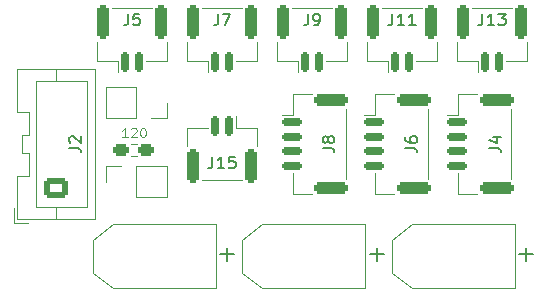
<source format=gto>
G04 #@! TF.GenerationSoftware,KiCad,Pcbnew,7.0.9*
G04 #@! TF.CreationDate,2024-06-29T16:21:15+09:00*
G04 #@! TF.ProjectId,CAN_hab,43414e5f-6861-4622-9e6b-696361645f70,rev?*
G04 #@! TF.SameCoordinates,Original*
G04 #@! TF.FileFunction,Legend,Top*
G04 #@! TF.FilePolarity,Positive*
%FSLAX46Y46*%
G04 Gerber Fmt 4.6, Leading zero omitted, Abs format (unit mm)*
G04 Created by KiCad (PCBNEW 7.0.9) date 2024-06-29 16:21:15*
%MOMM*%
%LPD*%
G01*
G04 APERTURE LIST*
G04 Aperture macros list*
%AMRoundRect*
0 Rectangle with rounded corners*
0 $1 Rounding radius*
0 $2 $3 $4 $5 $6 $7 $8 $9 X,Y pos of 4 corners*
0 Add a 4 corners polygon primitive as box body*
4,1,4,$2,$3,$4,$5,$6,$7,$8,$9,$2,$3,0*
0 Add four circle primitives for the rounded corners*
1,1,$1+$1,$2,$3*
1,1,$1+$1,$4,$5*
1,1,$1+$1,$6,$7*
1,1,$1+$1,$8,$9*
0 Add four rect primitives between the rounded corners*
20,1,$1+$1,$2,$3,$4,$5,0*
20,1,$1+$1,$4,$5,$6,$7,0*
20,1,$1+$1,$6,$7,$8,$9,0*
20,1,$1+$1,$8,$9,$2,$3,0*%
G04 Aperture macros list end*
%ADD10C,0.150000*%
%ADD11C,0.120000*%
%ADD12R,3.000000X3.000000*%
%ADD13C,3.000000*%
%ADD14RoundRect,0.237500X0.400000X0.237500X-0.400000X0.237500X-0.400000X-0.237500X0.400000X-0.237500X0*%
%ADD15RoundRect,0.150000X-0.150000X-0.700000X0.150000X-0.700000X0.150000X0.700000X-0.150000X0.700000X0*%
%ADD16RoundRect,0.250000X-0.250000X-1.150000X0.250000X-1.150000X0.250000X1.150000X-0.250000X1.150000X0*%
%ADD17C,1.000000*%
%ADD18C,5.600000*%
%ADD19RoundRect,0.150000X0.150000X0.700000X-0.150000X0.700000X-0.150000X-0.700000X0.150000X-0.700000X0*%
%ADD20RoundRect,0.250000X0.250000X1.150000X-0.250000X1.150000X-0.250000X-1.150000X0.250000X-1.150000X0*%
%ADD21RoundRect,0.150000X-0.700000X0.150000X-0.700000X-0.150000X0.700000X-0.150000X0.700000X0.150000X0*%
%ADD22RoundRect,0.250000X-1.150000X0.250000X-1.150000X-0.250000X1.150000X-0.250000X1.150000X0.250000X0*%
%ADD23R,1.700000X1.700000*%
%ADD24O,1.700000X1.700000*%
%ADD25RoundRect,0.250000X0.725000X-0.600000X0.725000X0.600000X-0.725000X0.600000X-0.725000X-0.600000X0*%
%ADD26O,1.950000X1.700000*%
%ADD27C,1.600000*%
G04 APERTURE END LIST*
D10*
X172912571Y-109281700D02*
X174055429Y-109281700D01*
X173484000Y-109853128D02*
X173484000Y-108710271D01*
D11*
X139769166Y-99372855D02*
X139312023Y-99372855D01*
X139540595Y-99372855D02*
X139540595Y-98572855D01*
X139540595Y-98572855D02*
X139464404Y-98687140D01*
X139464404Y-98687140D02*
X139388214Y-98763331D01*
X139388214Y-98763331D02*
X139312023Y-98801426D01*
X140073928Y-98649045D02*
X140112024Y-98610950D01*
X140112024Y-98610950D02*
X140188214Y-98572855D01*
X140188214Y-98572855D02*
X140378690Y-98572855D01*
X140378690Y-98572855D02*
X140454881Y-98610950D01*
X140454881Y-98610950D02*
X140492976Y-98649045D01*
X140492976Y-98649045D02*
X140531071Y-98725236D01*
X140531071Y-98725236D02*
X140531071Y-98801426D01*
X140531071Y-98801426D02*
X140492976Y-98915712D01*
X140492976Y-98915712D02*
X140035833Y-99372855D01*
X140035833Y-99372855D02*
X140531071Y-99372855D01*
X141026310Y-98572855D02*
X141102500Y-98572855D01*
X141102500Y-98572855D02*
X141178691Y-98610950D01*
X141178691Y-98610950D02*
X141216786Y-98649045D01*
X141216786Y-98649045D02*
X141254881Y-98725236D01*
X141254881Y-98725236D02*
X141292976Y-98877617D01*
X141292976Y-98877617D02*
X141292976Y-99068093D01*
X141292976Y-99068093D02*
X141254881Y-99220474D01*
X141254881Y-99220474D02*
X141216786Y-99296664D01*
X141216786Y-99296664D02*
X141178691Y-99334760D01*
X141178691Y-99334760D02*
X141102500Y-99372855D01*
X141102500Y-99372855D02*
X141026310Y-99372855D01*
X141026310Y-99372855D02*
X140950119Y-99334760D01*
X140950119Y-99334760D02*
X140912024Y-99296664D01*
X140912024Y-99296664D02*
X140873929Y-99220474D01*
X140873929Y-99220474D02*
X140835833Y-99068093D01*
X140835833Y-99068093D02*
X140835833Y-98877617D01*
X140835833Y-98877617D02*
X140873929Y-98725236D01*
X140873929Y-98725236D02*
X140912024Y-98649045D01*
X140912024Y-98649045D02*
X140950119Y-98610950D01*
X140950119Y-98610950D02*
X141026310Y-98572855D01*
D10*
X160336571Y-109281700D02*
X161479429Y-109281700D01*
X160908000Y-109853128D02*
X160908000Y-108710271D01*
X169815476Y-88893819D02*
X169815476Y-89608104D01*
X169815476Y-89608104D02*
X169767857Y-89750961D01*
X169767857Y-89750961D02*
X169672619Y-89846200D01*
X169672619Y-89846200D02*
X169529762Y-89893819D01*
X169529762Y-89893819D02*
X169434524Y-89893819D01*
X170815476Y-89893819D02*
X170244048Y-89893819D01*
X170529762Y-89893819D02*
X170529762Y-88893819D01*
X170529762Y-88893819D02*
X170434524Y-89036676D01*
X170434524Y-89036676D02*
X170339286Y-89131914D01*
X170339286Y-89131914D02*
X170244048Y-89179533D01*
X171148810Y-88893819D02*
X171767857Y-88893819D01*
X171767857Y-88893819D02*
X171434524Y-89274771D01*
X171434524Y-89274771D02*
X171577381Y-89274771D01*
X171577381Y-89274771D02*
X171672619Y-89322390D01*
X171672619Y-89322390D02*
X171720238Y-89370009D01*
X171720238Y-89370009D02*
X171767857Y-89465247D01*
X171767857Y-89465247D02*
X171767857Y-89703342D01*
X171767857Y-89703342D02*
X171720238Y-89798580D01*
X171720238Y-89798580D02*
X171672619Y-89846200D01*
X171672619Y-89846200D02*
X171577381Y-89893819D01*
X171577381Y-89893819D02*
X171291667Y-89893819D01*
X171291667Y-89893819D02*
X171196429Y-89846200D01*
X171196429Y-89846200D02*
X171148810Y-89798580D01*
X139811666Y-88893819D02*
X139811666Y-89608104D01*
X139811666Y-89608104D02*
X139764047Y-89750961D01*
X139764047Y-89750961D02*
X139668809Y-89846200D01*
X139668809Y-89846200D02*
X139525952Y-89893819D01*
X139525952Y-89893819D02*
X139430714Y-89893819D01*
X140764047Y-88893819D02*
X140287857Y-88893819D01*
X140287857Y-88893819D02*
X140240238Y-89370009D01*
X140240238Y-89370009D02*
X140287857Y-89322390D01*
X140287857Y-89322390D02*
X140383095Y-89274771D01*
X140383095Y-89274771D02*
X140621190Y-89274771D01*
X140621190Y-89274771D02*
X140716428Y-89322390D01*
X140716428Y-89322390D02*
X140764047Y-89370009D01*
X140764047Y-89370009D02*
X140811666Y-89465247D01*
X140811666Y-89465247D02*
X140811666Y-89703342D01*
X140811666Y-89703342D02*
X140764047Y-89798580D01*
X140764047Y-89798580D02*
X140716428Y-89846200D01*
X140716428Y-89846200D02*
X140621190Y-89893819D01*
X140621190Y-89893819D02*
X140383095Y-89893819D01*
X140383095Y-89893819D02*
X140287857Y-89846200D01*
X140287857Y-89846200D02*
X140240238Y-89798580D01*
X146955476Y-101001819D02*
X146955476Y-101716104D01*
X146955476Y-101716104D02*
X146907857Y-101858961D01*
X146907857Y-101858961D02*
X146812619Y-101954200D01*
X146812619Y-101954200D02*
X146669762Y-102001819D01*
X146669762Y-102001819D02*
X146574524Y-102001819D01*
X147955476Y-102001819D02*
X147384048Y-102001819D01*
X147669762Y-102001819D02*
X147669762Y-101001819D01*
X147669762Y-101001819D02*
X147574524Y-101144676D01*
X147574524Y-101144676D02*
X147479286Y-101239914D01*
X147479286Y-101239914D02*
X147384048Y-101287533D01*
X148860238Y-101001819D02*
X148384048Y-101001819D01*
X148384048Y-101001819D02*
X148336429Y-101478009D01*
X148336429Y-101478009D02*
X148384048Y-101430390D01*
X148384048Y-101430390D02*
X148479286Y-101382771D01*
X148479286Y-101382771D02*
X148717381Y-101382771D01*
X148717381Y-101382771D02*
X148812619Y-101430390D01*
X148812619Y-101430390D02*
X148860238Y-101478009D01*
X148860238Y-101478009D02*
X148907857Y-101573247D01*
X148907857Y-101573247D02*
X148907857Y-101811342D01*
X148907857Y-101811342D02*
X148860238Y-101906580D01*
X148860238Y-101906580D02*
X148812619Y-101954200D01*
X148812619Y-101954200D02*
X148717381Y-102001819D01*
X148717381Y-102001819D02*
X148479286Y-102001819D01*
X148479286Y-102001819D02*
X148384048Y-101954200D01*
X148384048Y-101954200D02*
X148336429Y-101906580D01*
X163286819Y-100272333D02*
X164001104Y-100272333D01*
X164001104Y-100272333D02*
X164143961Y-100319952D01*
X164143961Y-100319952D02*
X164239200Y-100415190D01*
X164239200Y-100415190D02*
X164286819Y-100558047D01*
X164286819Y-100558047D02*
X164286819Y-100653285D01*
X163286819Y-99367571D02*
X163286819Y-99558047D01*
X163286819Y-99558047D02*
X163334438Y-99653285D01*
X163334438Y-99653285D02*
X163382057Y-99700904D01*
X163382057Y-99700904D02*
X163524914Y-99796142D01*
X163524914Y-99796142D02*
X163715390Y-99843761D01*
X163715390Y-99843761D02*
X164096342Y-99843761D01*
X164096342Y-99843761D02*
X164191580Y-99796142D01*
X164191580Y-99796142D02*
X164239200Y-99748523D01*
X164239200Y-99748523D02*
X164286819Y-99653285D01*
X164286819Y-99653285D02*
X164286819Y-99462809D01*
X164286819Y-99462809D02*
X164239200Y-99367571D01*
X164239200Y-99367571D02*
X164191580Y-99319952D01*
X164191580Y-99319952D02*
X164096342Y-99272333D01*
X164096342Y-99272333D02*
X163858247Y-99272333D01*
X163858247Y-99272333D02*
X163763009Y-99319952D01*
X163763009Y-99319952D02*
X163715390Y-99367571D01*
X163715390Y-99367571D02*
X163667771Y-99462809D01*
X163667771Y-99462809D02*
X163667771Y-99653285D01*
X163667771Y-99653285D02*
X163715390Y-99748523D01*
X163715390Y-99748523D02*
X163763009Y-99796142D01*
X163763009Y-99796142D02*
X163858247Y-99843761D01*
X162195476Y-88893819D02*
X162195476Y-89608104D01*
X162195476Y-89608104D02*
X162147857Y-89750961D01*
X162147857Y-89750961D02*
X162052619Y-89846200D01*
X162052619Y-89846200D02*
X161909762Y-89893819D01*
X161909762Y-89893819D02*
X161814524Y-89893819D01*
X163195476Y-89893819D02*
X162624048Y-89893819D01*
X162909762Y-89893819D02*
X162909762Y-88893819D01*
X162909762Y-88893819D02*
X162814524Y-89036676D01*
X162814524Y-89036676D02*
X162719286Y-89131914D01*
X162719286Y-89131914D02*
X162624048Y-89179533D01*
X164147857Y-89893819D02*
X163576429Y-89893819D01*
X163862143Y-89893819D02*
X163862143Y-88893819D01*
X163862143Y-88893819D02*
X163766905Y-89036676D01*
X163766905Y-89036676D02*
X163671667Y-89131914D01*
X163671667Y-89131914D02*
X163576429Y-89179533D01*
X170398819Y-100272333D02*
X171113104Y-100272333D01*
X171113104Y-100272333D02*
X171255961Y-100319952D01*
X171255961Y-100319952D02*
X171351200Y-100415190D01*
X171351200Y-100415190D02*
X171398819Y-100558047D01*
X171398819Y-100558047D02*
X171398819Y-100653285D01*
X170732152Y-99367571D02*
X171398819Y-99367571D01*
X170351200Y-99605666D02*
X171065485Y-99843761D01*
X171065485Y-99843761D02*
X171065485Y-99224714D01*
X147636571Y-109281700D02*
X148779429Y-109281700D01*
X148208000Y-109853128D02*
X148208000Y-108710271D01*
X134838819Y-100272333D02*
X135553104Y-100272333D01*
X135553104Y-100272333D02*
X135695961Y-100319952D01*
X135695961Y-100319952D02*
X135791200Y-100415190D01*
X135791200Y-100415190D02*
X135838819Y-100558047D01*
X135838819Y-100558047D02*
X135838819Y-100653285D01*
X134934057Y-99843761D02*
X134886438Y-99796142D01*
X134886438Y-99796142D02*
X134838819Y-99700904D01*
X134838819Y-99700904D02*
X134838819Y-99462809D01*
X134838819Y-99462809D02*
X134886438Y-99367571D01*
X134886438Y-99367571D02*
X134934057Y-99319952D01*
X134934057Y-99319952D02*
X135029295Y-99272333D01*
X135029295Y-99272333D02*
X135124533Y-99272333D01*
X135124533Y-99272333D02*
X135267390Y-99319952D01*
X135267390Y-99319952D02*
X135838819Y-99891380D01*
X135838819Y-99891380D02*
X135838819Y-99272333D01*
X156286819Y-100272333D02*
X157001104Y-100272333D01*
X157001104Y-100272333D02*
X157143961Y-100319952D01*
X157143961Y-100319952D02*
X157239200Y-100415190D01*
X157239200Y-100415190D02*
X157286819Y-100558047D01*
X157286819Y-100558047D02*
X157286819Y-100653285D01*
X156715390Y-99653285D02*
X156667771Y-99748523D01*
X156667771Y-99748523D02*
X156620152Y-99796142D01*
X156620152Y-99796142D02*
X156524914Y-99843761D01*
X156524914Y-99843761D02*
X156477295Y-99843761D01*
X156477295Y-99843761D02*
X156382057Y-99796142D01*
X156382057Y-99796142D02*
X156334438Y-99748523D01*
X156334438Y-99748523D02*
X156286819Y-99653285D01*
X156286819Y-99653285D02*
X156286819Y-99462809D01*
X156286819Y-99462809D02*
X156334438Y-99367571D01*
X156334438Y-99367571D02*
X156382057Y-99319952D01*
X156382057Y-99319952D02*
X156477295Y-99272333D01*
X156477295Y-99272333D02*
X156524914Y-99272333D01*
X156524914Y-99272333D02*
X156620152Y-99319952D01*
X156620152Y-99319952D02*
X156667771Y-99367571D01*
X156667771Y-99367571D02*
X156715390Y-99462809D01*
X156715390Y-99462809D02*
X156715390Y-99653285D01*
X156715390Y-99653285D02*
X156763009Y-99748523D01*
X156763009Y-99748523D02*
X156810628Y-99796142D01*
X156810628Y-99796142D02*
X156905866Y-99843761D01*
X156905866Y-99843761D02*
X157096342Y-99843761D01*
X157096342Y-99843761D02*
X157191580Y-99796142D01*
X157191580Y-99796142D02*
X157239200Y-99748523D01*
X157239200Y-99748523D02*
X157286819Y-99653285D01*
X157286819Y-99653285D02*
X157286819Y-99462809D01*
X157286819Y-99462809D02*
X157239200Y-99367571D01*
X157239200Y-99367571D02*
X157191580Y-99319952D01*
X157191580Y-99319952D02*
X157096342Y-99272333D01*
X157096342Y-99272333D02*
X156905866Y-99272333D01*
X156905866Y-99272333D02*
X156810628Y-99319952D01*
X156810628Y-99319952D02*
X156763009Y-99367571D01*
X156763009Y-99367571D02*
X156715390Y-99462809D01*
X155051666Y-88893819D02*
X155051666Y-89608104D01*
X155051666Y-89608104D02*
X155004047Y-89750961D01*
X155004047Y-89750961D02*
X154908809Y-89846200D01*
X154908809Y-89846200D02*
X154765952Y-89893819D01*
X154765952Y-89893819D02*
X154670714Y-89893819D01*
X155575476Y-89893819D02*
X155765952Y-89893819D01*
X155765952Y-89893819D02*
X155861190Y-89846200D01*
X155861190Y-89846200D02*
X155908809Y-89798580D01*
X155908809Y-89798580D02*
X156004047Y-89655723D01*
X156004047Y-89655723D02*
X156051666Y-89465247D01*
X156051666Y-89465247D02*
X156051666Y-89084295D01*
X156051666Y-89084295D02*
X156004047Y-88989057D01*
X156004047Y-88989057D02*
X155956428Y-88941438D01*
X155956428Y-88941438D02*
X155861190Y-88893819D01*
X155861190Y-88893819D02*
X155670714Y-88893819D01*
X155670714Y-88893819D02*
X155575476Y-88941438D01*
X155575476Y-88941438D02*
X155527857Y-88989057D01*
X155527857Y-88989057D02*
X155480238Y-89084295D01*
X155480238Y-89084295D02*
X155480238Y-89322390D01*
X155480238Y-89322390D02*
X155527857Y-89417628D01*
X155527857Y-89417628D02*
X155575476Y-89465247D01*
X155575476Y-89465247D02*
X155670714Y-89512866D01*
X155670714Y-89512866D02*
X155861190Y-89512866D01*
X155861190Y-89512866D02*
X155956428Y-89465247D01*
X155956428Y-89465247D02*
X156004047Y-89417628D01*
X156004047Y-89417628D02*
X156051666Y-89322390D01*
X147431666Y-88893819D02*
X147431666Y-89608104D01*
X147431666Y-89608104D02*
X147384047Y-89750961D01*
X147384047Y-89750961D02*
X147288809Y-89846200D01*
X147288809Y-89846200D02*
X147145952Y-89893819D01*
X147145952Y-89893819D02*
X147050714Y-89893819D01*
X147812619Y-88893819D02*
X148479285Y-88893819D01*
X148479285Y-88893819D02*
X148050714Y-89893819D01*
D11*
X162138000Y-108029000D02*
X162138000Y-110849000D01*
X162138000Y-108029000D02*
X163838000Y-106729000D01*
X162138000Y-110849000D02*
X163838000Y-112149000D01*
X163838000Y-106729000D02*
X172558000Y-106729000D01*
X163838000Y-112149000D02*
X172558000Y-112149000D01*
X172558000Y-106729000D02*
X172558000Y-112149000D01*
X140557224Y-100961500D02*
X140047776Y-100961500D01*
X140557224Y-99916500D02*
X140047776Y-99916500D01*
X149438000Y-108029000D02*
X149438000Y-110849000D01*
X149438000Y-108029000D02*
X151138000Y-106729000D01*
X149438000Y-110849000D02*
X151138000Y-112149000D01*
X151138000Y-106729000D02*
X159858000Y-106729000D01*
X151138000Y-112149000D02*
X159858000Y-112149000D01*
X159858000Y-106729000D02*
X159858000Y-112149000D01*
X167640000Y-91269000D02*
X167640000Y-92869000D01*
X167640000Y-92869000D02*
X169440000Y-92869000D01*
X168910000Y-88399000D02*
X172340000Y-88399000D01*
X169440000Y-92869000D02*
X169440000Y-93809000D01*
X173610000Y-91269000D02*
X173610000Y-92869000D01*
X173610000Y-92869000D02*
X171810000Y-92869000D01*
X137160000Y-91269000D02*
X137160000Y-92869000D01*
X137160000Y-92869000D02*
X138960000Y-92869000D01*
X138430000Y-88399000D02*
X141860000Y-88399000D01*
X138960000Y-92869000D02*
X138960000Y-93809000D01*
X143130000Y-91269000D02*
X143130000Y-92869000D01*
X143130000Y-92869000D02*
X141330000Y-92869000D01*
X150750000Y-100141000D02*
X150750000Y-98541000D01*
X150750000Y-98541000D02*
X148950000Y-98541000D01*
X149480000Y-103011000D02*
X146050000Y-103011000D01*
X148950000Y-98541000D02*
X148950000Y-97601000D01*
X144780000Y-100141000D02*
X144780000Y-98541000D01*
X144780000Y-98541000D02*
X146580000Y-98541000D01*
X162360000Y-95704000D02*
X160760000Y-95704000D01*
X160760000Y-95704000D02*
X160760000Y-97504000D01*
X165230000Y-96974000D02*
X165230000Y-102904000D01*
X160760000Y-97504000D02*
X159820000Y-97504000D01*
X162360000Y-104174000D02*
X160760000Y-104174000D01*
X160760000Y-104174000D02*
X160760000Y-102374000D01*
X160020000Y-91269000D02*
X160020000Y-92869000D01*
X160020000Y-92869000D02*
X161820000Y-92869000D01*
X161290000Y-88399000D02*
X164720000Y-88399000D01*
X161820000Y-92869000D02*
X161820000Y-93809000D01*
X165990000Y-91269000D02*
X165990000Y-92869000D01*
X165990000Y-92869000D02*
X164190000Y-92869000D01*
X169360000Y-95704000D02*
X167760000Y-95704000D01*
X167760000Y-95704000D02*
X167760000Y-97504000D01*
X172230000Y-96974000D02*
X172230000Y-102904000D01*
X167760000Y-97504000D02*
X166820000Y-97504000D01*
X169360000Y-104174000D02*
X167760000Y-104174000D01*
X167760000Y-104174000D02*
X167760000Y-102374000D01*
X136818000Y-108029000D02*
X136818000Y-110849000D01*
X136818000Y-108029000D02*
X138518000Y-106729000D01*
X136818000Y-110849000D02*
X138518000Y-112149000D01*
X138518000Y-106729000D02*
X147238000Y-106729000D01*
X138518000Y-112149000D02*
X147238000Y-112149000D01*
X147238000Y-106729000D02*
X147238000Y-112149000D01*
X140510000Y-104454000D02*
X143110000Y-104454000D01*
X140510000Y-104454000D02*
X140510000Y-101794000D01*
X143110000Y-104454000D02*
X143110000Y-101794000D01*
X137910000Y-103124000D02*
X137910000Y-101794000D01*
X137910000Y-101794000D02*
X139240000Y-101794000D01*
X140510000Y-101794000D02*
X143110000Y-101794000D01*
X130130000Y-106599000D02*
X131380000Y-106599000D01*
X130430000Y-106299000D02*
X137050000Y-106299000D01*
X133740000Y-106299000D02*
X133740000Y-105289000D01*
X137050000Y-106299000D02*
X137050000Y-93579000D01*
X130130000Y-105349000D02*
X130130000Y-106599000D01*
X132040000Y-105289000D02*
X136340000Y-105289000D01*
X136340000Y-105289000D02*
X136340000Y-94589000D01*
X130430000Y-102639000D02*
X130430000Y-106299000D01*
X131430000Y-102639000D02*
X130430000Y-102639000D01*
X130830000Y-100739000D02*
X131430000Y-100739000D01*
X131430000Y-100739000D02*
X131430000Y-102639000D01*
X130830000Y-99139000D02*
X130830000Y-100739000D01*
X131430000Y-99139000D02*
X130830000Y-99139000D01*
X130430000Y-97239000D02*
X131430000Y-97239000D01*
X131430000Y-97239000D02*
X131430000Y-99139000D01*
X132040000Y-94589000D02*
X132040000Y-105289000D01*
X136340000Y-94589000D02*
X132040000Y-94589000D01*
X130430000Y-93579000D02*
X130430000Y-97239000D01*
X133740000Y-93579000D02*
X133740000Y-94589000D01*
X137050000Y-93579000D02*
X130430000Y-93579000D01*
X140510000Y-95109000D02*
X137910000Y-95109000D01*
X140510000Y-95109000D02*
X140510000Y-97769000D01*
X137910000Y-95109000D02*
X137910000Y-97769000D01*
X143110000Y-96439000D02*
X143110000Y-97769000D01*
X143110000Y-97769000D02*
X141780000Y-97769000D01*
X140510000Y-97769000D02*
X137910000Y-97769000D01*
X155360000Y-95704000D02*
X153760000Y-95704000D01*
X153760000Y-95704000D02*
X153760000Y-97504000D01*
X158230000Y-96974000D02*
X158230000Y-102904000D01*
X153760000Y-97504000D02*
X152820000Y-97504000D01*
X155360000Y-104174000D02*
X153760000Y-104174000D01*
X153760000Y-104174000D02*
X153760000Y-102374000D01*
X152400000Y-91269000D02*
X152400000Y-92869000D01*
X152400000Y-92869000D02*
X154200000Y-92869000D01*
X153670000Y-88399000D02*
X157100000Y-88399000D01*
X154200000Y-92869000D02*
X154200000Y-93809000D01*
X158370000Y-91269000D02*
X158370000Y-92869000D01*
X158370000Y-92869000D02*
X156570000Y-92869000D01*
X144780000Y-91269000D02*
X144780000Y-92869000D01*
X144780000Y-92869000D02*
X146580000Y-92869000D01*
X146050000Y-88399000D02*
X149480000Y-88399000D01*
X146580000Y-92869000D02*
X146580000Y-93809000D01*
X150750000Y-91269000D02*
X150750000Y-92869000D01*
X150750000Y-92869000D02*
X148950000Y-92869000D01*
%LPC*%
D12*
X164848000Y-109439000D03*
D13*
X169848000Y-109439000D03*
D14*
X141365000Y-100439000D03*
X139240000Y-100439000D03*
D12*
X152148000Y-109439000D03*
D13*
X157148000Y-109439000D03*
D15*
X170000000Y-92959000D03*
X171250000Y-92959000D03*
D16*
X168150000Y-89609000D03*
X173100000Y-89609000D03*
D15*
X139520000Y-92959000D03*
X140770000Y-92959000D03*
D16*
X137670000Y-89609000D03*
X142620000Y-89609000D03*
D17*
X131090000Y-109589000D03*
X131734370Y-108033370D03*
X131734370Y-111144630D03*
X133290000Y-107389000D03*
D18*
X133290000Y-109589000D03*
D17*
X133290000Y-111789000D03*
X134845630Y-108033370D03*
X134845630Y-111144630D03*
X135490000Y-109589000D03*
D19*
X148390000Y-98451000D03*
X147140000Y-98451000D03*
D20*
X150240000Y-101801000D03*
X145290000Y-101801000D03*
D21*
X160670000Y-98064000D03*
X160670000Y-99314000D03*
X160670000Y-100564000D03*
X160670000Y-101814000D03*
D22*
X164020000Y-96214000D03*
X164020000Y-103664000D03*
D15*
X162380000Y-92959000D03*
X163630000Y-92959000D03*
D16*
X160530000Y-89609000D03*
X165480000Y-89609000D03*
D21*
X167670000Y-98064000D03*
X167670000Y-99314000D03*
X167670000Y-100564000D03*
X167670000Y-101814000D03*
D22*
X171020000Y-96214000D03*
X171020000Y-103664000D03*
D17*
X175390000Y-90289000D03*
X176034370Y-88733370D03*
X176034370Y-91844630D03*
X177590000Y-88089000D03*
D18*
X177590000Y-90289000D03*
D17*
X177590000Y-92489000D03*
X179145630Y-88733370D03*
X179145630Y-91844630D03*
X179790000Y-90289000D03*
D12*
X139528000Y-109439000D03*
D13*
X144528000Y-109439000D03*
D23*
X139240000Y-103124000D03*
D24*
X141780000Y-103124000D03*
D25*
X133740000Y-103689000D03*
D26*
X133740000Y-101189000D03*
X133740000Y-98689000D03*
X133740000Y-96189000D03*
D17*
X175390000Y-109589000D03*
X176034370Y-108033370D03*
X176034370Y-111144630D03*
X177590000Y-107389000D03*
D18*
X177590000Y-109589000D03*
D17*
X177590000Y-111789000D03*
X179145630Y-108033370D03*
X179145630Y-111144630D03*
X179790000Y-109589000D03*
X131120000Y-90289000D03*
X131764370Y-88733370D03*
X131764370Y-91844630D03*
X133320000Y-88089000D03*
D18*
X133320000Y-90289000D03*
D17*
X133320000Y-92489000D03*
X134875630Y-88733370D03*
X134875630Y-91844630D03*
X135520000Y-90289000D03*
D23*
X141780000Y-96439000D03*
D24*
X139240000Y-96439000D03*
D21*
X153670000Y-98064000D03*
X153670000Y-99314000D03*
X153670000Y-100564000D03*
X153670000Y-101814000D03*
D22*
X157020000Y-96214000D03*
X157020000Y-103664000D03*
D15*
X154760000Y-92959000D03*
X156010000Y-92959000D03*
D16*
X152910000Y-89609000D03*
X157860000Y-89609000D03*
D15*
X147140000Y-92959000D03*
X148390000Y-92959000D03*
D16*
X145290000Y-89609000D03*
X150240000Y-89609000D03*
D27*
X177548000Y-96011000D03*
X177548000Y-102511000D03*
%LPD*%
M02*

</source>
